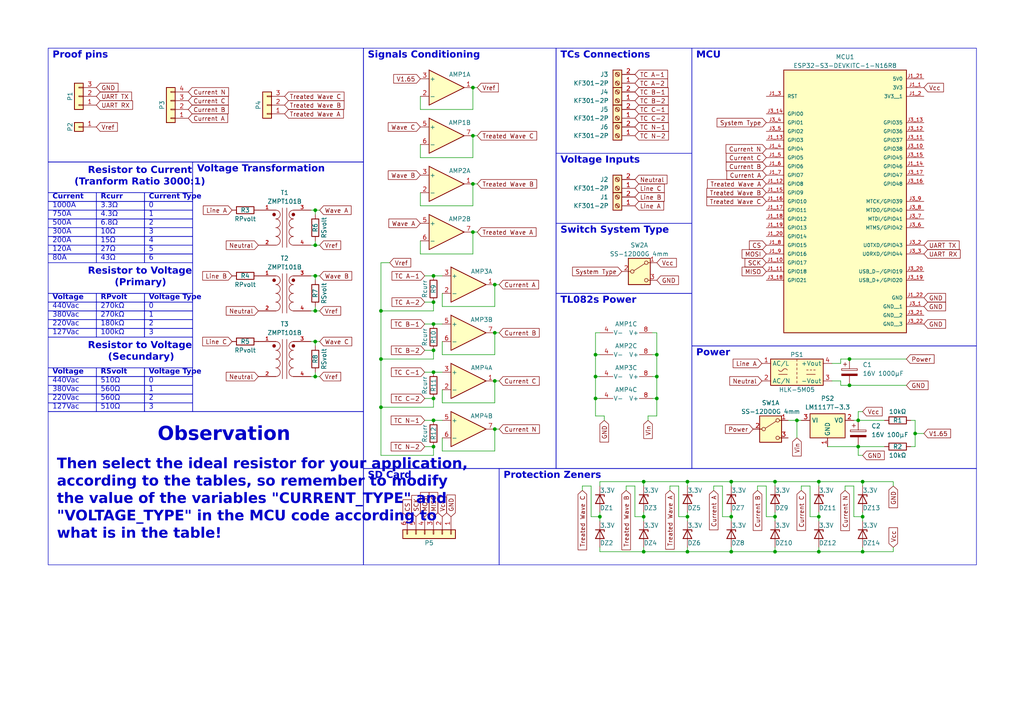
<source format=kicad_sch>
(kicad_sch (version 20230121) (generator eeschema)
  (paper "A4")
  (title_block (title "ESP32 Power Analyser V4.0 Schematics") (date "12/05/2024") (rev "1.0") (company "https://www.linkedin.com/in/lucasrguerra"))
  (junction (at 237.49 149.86))
  (junction (at 248.92 129.54))
  (junction (at 224.79 149.86))
  (junction (at 91.44 80.01))
  (junction (at 250.19 149.86))
  (junction (at 199.39 139.7))
  (junction (at 125.73 115.57))
  (junction (at 110.49 118.11))
  (junction (at 265.43 125.73))
  (junction (at 137.16 39.37))
  (junction (at 125.73 121.92))
  (junction (at 190.5 109.22))
  (junction (at 237.49 160.02))
  (junction (at 91.44 99.06))
  (junction (at 231.14 121.92))
  (junction (at 212.09 149.86))
  (junction (at 125.73 80.01))
  (junction (at 91.44 109.22))
  (junction (at 110.49 104.14))
  (junction (at 137.16 53.34))
  (junction (at 212.09 139.7))
  (junction (at 190.5 115.57))
  (junction (at 186.69 160.02))
  (junction (at 125.73 87.63))
  (junction (at 125.73 93.98))
  (junction (at 137.16 67.31))
  (junction (at 137.16 25.4))
  (junction (at 91.44 90.17))
  (junction (at 143.51 124.46))
  (junction (at 246.38 104.14))
  (junction (at 125.73 107.95))
  (junction (at 186.69 139.7))
  (junction (at 125.73 129.54))
  (junction (at 250.19 160.02))
  (junction (at 143.51 96.52))
  (junction (at 91.44 71.12))
  (junction (at 199.39 149.86))
  (junction (at 172.72 102.87))
  (junction (at 224.79 160.02))
  (junction (at 224.79 139.7))
  (junction (at 91.44 60.96))
  (junction (at 237.49 139.7))
  (junction (at 246.38 111.76))
  (junction (at 212.09 160.02))
  (junction (at 186.69 149.86))
  (junction (at 190.5 102.87))
  (junction (at 143.51 110.49))
  (junction (at 125.73 101.6))
  (junction (at 143.51 82.55))
  (junction (at 172.72 115.57))
  (junction (at 173.99 149.86))
  (junction (at 110.49 90.17))
  (junction (at 248.92 121.92))
  (junction (at 199.39 160.02))
  (junction (at 250.19 139.7))
  (junction (at 172.72 109.22))
  (wire (pts (xy 259.08 140.97) (xy 259.08 139.7)))
  (wire (pts (xy 137.16 53.34) (xy 138.43 53.34)))
  (wire (pts (xy 246.38 104.14) (xy 262.89 104.14)))
  (wire (pts (xy 186.69 139.7) (xy 186.69 140.97)))
  (wire (pts (xy 137.16 31.75) (xy 137.16 25.4)))
  (wire (pts (xy 250.19 119.38) (xy 248.92 119.38)))
  (wire (pts (xy 143.51 130.81) (xy 143.51 124.46)))
  (wire (pts (xy 121.92 27.94) (xy 121.92 31.75)))
  (wire (pts (xy 91.44 99.06) (xy 92.71 99.06)))
  (wire (pts (xy 110.49 104.14) (xy 110.49 90.17)))
  (wire (pts (xy 128.27 113.03) (xy 128.27 116.84)))
  (wire (pts (xy 173.99 160.02) (xy 186.69 160.02)))
  (wire (pts (xy 171.45 140.97) (xy 171.45 149.86)))
  (wire (pts (xy 237.49 140.97) (xy 237.49 139.7)))
  (wire (pts (xy 121.92 73.66) (xy 137.16 73.66)))
  (wire (pts (xy 123.19 87.63) (xy 125.73 87.63)))
  (wire (pts (xy 259.08 158.75) (xy 259.08 160.02)))
  (wire (pts (xy 128.27 88.9) (xy 143.51 88.9)))
  (wire (pts (xy 243.84 104.14) (xy 246.38 104.14)))
  (wire (pts (xy 224.79 139.7) (xy 237.49 139.7)))
  (wire (pts (xy 121.92 59.69) (xy 137.16 59.69)))
  (wire (pts (xy 123.19 101.6) (xy 125.73 101.6)))
  (wire (pts (xy 250.19 149.86) (xy 250.19 151.13)))
  (wire (pts (xy 137.16 45.72) (xy 137.16 39.37)))
  (wire (pts (xy 207.01 140.97) (xy 207.01 142.24)))
  (wire (pts (xy 173.99 149.86) (xy 173.99 151.13)))
  (wire (pts (xy 243.84 105.41) (xy 243.84 104.14)))
  (wire (pts (xy 173.99 148.59) (xy 173.99 149.86)))
  (wire (pts (xy 231.14 121.92) (xy 232.41 121.92)))
  (wire (pts (xy 125.73 132.08) (xy 125.73 129.54)))
  (wire (pts (xy 128.27 85.09) (xy 128.27 88.9)))
  (wire (pts (xy 237.49 160.02) (xy 250.19 160.02)))
  (wire (pts (xy 199.39 140.97) (xy 199.39 139.7)))
  (wire (pts (xy 264.16 121.92) (xy 265.43 121.92)))
  (wire (pts (xy 184.15 140.97) (xy 184.15 149.86)))
  (wire (pts (xy 248.92 119.38) (xy 248.92 121.92)))
  (wire (pts (xy 172.72 115.57) (xy 172.72 109.22)))
  (wire (pts (xy 173.99 115.57) (xy 172.72 115.57)))
  (wire (pts (xy 194.31 140.97) (xy 196.85 140.97)))
  (wire (pts (xy 224.79 148.59) (xy 224.79 149.86)))
  (wire (pts (xy 128.27 116.84) (xy 143.51 116.84)))
  (wire (pts (xy 245.11 140.97) (xy 245.11 142.24)))
  (wire (pts (xy 128.27 130.81) (xy 143.51 130.81)))
  (wire (pts (xy 181.61 140.97) (xy 181.61 142.24)))
  (wire (pts (xy 224.79 160.02) (xy 212.09 160.02)))
  (wire (pts (xy 190.5 109.22) (xy 189.23 109.22)))
  (wire (pts (xy 237.49 158.75) (xy 237.49 160.02)))
  (wire (pts (xy 231.14 121.92) (xy 231.14 127)))
  (wire (pts (xy 250.19 140.97) (xy 250.19 139.7)))
  (wire (pts (xy 250.19 139.7) (xy 259.08 139.7)))
  (wire (pts (xy 248.92 129.54) (xy 256.54 129.54)))
  (wire (pts (xy 125.73 118.11) (xy 125.73 115.57)))
  (wire (pts (xy 199.39 148.59) (xy 199.39 149.86)))
  (wire (pts (xy 175.26 120.65) (xy 172.72 120.65)))
  (wire (pts (xy 173.99 96.52) (xy 172.72 96.52)))
  (wire (pts (xy 110.49 118.11) (xy 125.73 118.11)))
  (wire (pts (xy 189.23 96.52) (xy 190.5 96.52)))
  (wire (pts (xy 219.71 140.97) (xy 219.71 142.24)))
  (wire (pts (xy 186.69 160.02) (xy 186.69 158.75)))
  (wire (pts (xy 247.65 140.97) (xy 247.65 149.86)))
  (wire (pts (xy 265.43 125.73) (xy 267.97 125.73)))
  (wire (pts (xy 91.44 60.96) (xy 92.71 60.96)))
  (wire (pts (xy 196.85 140.97) (xy 196.85 149.86)))
  (wire (pts (xy 137.16 25.4) (xy 138.43 25.4)))
  (wire (pts (xy 110.49 104.14) (xy 110.49 118.11)))
  (wire (pts (xy 125.73 93.98) (xy 128.27 93.98)))
  (wire (pts (xy 91.44 109.22) (xy 92.71 109.22)))
  (wire (pts (xy 181.61 140.97) (xy 184.15 140.97)))
  (wire (pts (xy 172.72 102.87) (xy 172.72 96.52)))
  (wire (pts (xy 91.44 88.9) (xy 91.44 90.17)))
  (wire (pts (xy 143.51 82.55) (xy 144.78 82.55)))
  (wire (pts (xy 143.51 124.46) (xy 144.78 124.46)))
  (wire (pts (xy 212.09 160.02) (xy 199.39 160.02)))
  (wire (pts (xy 234.95 149.86) (xy 237.49 149.86)))
  (wire (pts (xy 172.72 102.87) (xy 172.72 109.22)))
  (wire (pts (xy 224.79 158.75) (xy 224.79 160.02)))
  (wire (pts (xy 90.17 109.22) (xy 91.44 109.22)))
  (wire (pts (xy 121.92 31.75) (xy 137.16 31.75)))
  (wire (pts (xy 91.44 90.17) (xy 92.71 90.17)))
  (wire (pts (xy 90.17 60.96) (xy 91.44 60.96)))
  (wire (pts (xy 199.39 149.86) (xy 199.39 151.13)))
  (wire (pts (xy 173.99 158.75) (xy 173.99 160.02)))
  (wire (pts (xy 241.3 105.41) (xy 243.84 105.41)))
  (wire (pts (xy 137.16 67.31) (xy 138.43 67.31)))
  (wire (pts (xy 90.17 99.06) (xy 91.44 99.06)))
  (wire (pts (xy 110.49 90.17) (xy 125.73 90.17)))
  (wire (pts (xy 222.25 149.86) (xy 224.79 149.86)))
  (wire (pts (xy 137.16 67.31) (xy 137.16 73.66)))
  (wire (pts (xy 250.19 132.08) (xy 248.92 132.08)))
  (wire (pts (xy 207.01 140.97) (xy 209.55 140.97)))
  (wire (pts (xy 91.44 80.01) (xy 92.71 80.01)))
  (wire (pts (xy 143.51 96.52) (xy 144.78 96.52)))
  (wire (pts (xy 91.44 99.06) (xy 91.44 100.33)))
  (wire (pts (xy 246.38 111.76) (xy 262.89 111.76)))
  (wire (pts (xy 265.43 125.73) (xy 265.43 129.54)))
  (wire (pts (xy 237.49 148.59) (xy 237.49 149.86)))
  (wire (pts (xy 168.91 140.97) (xy 171.45 140.97)))
  (wire (pts (xy 190.5 102.87) (xy 190.5 109.22)))
  (wire (pts (xy 91.44 80.01) (xy 91.44 81.28)))
  (wire (pts (xy 123.19 115.57) (xy 125.73 115.57)))
  (wire (pts (xy 265.43 121.92) (xy 265.43 125.73)))
  (wire (pts (xy 143.51 102.87) (xy 143.51 96.52)))
  (wire (pts (xy 250.19 148.59) (xy 250.19 149.86)))
  (wire (pts (xy 143.51 116.84) (xy 143.51 110.49)))
  (wire (pts (xy 121.92 55.88) (xy 121.92 59.69)))
  (wire (pts (xy 190.5 96.52) (xy 190.5 102.87)))
  (wire (pts (xy 247.65 149.86) (xy 250.19 149.86)))
  (wire (pts (xy 190.5 109.22) (xy 190.5 115.57)))
  (wire (pts (xy 264.16 129.54) (xy 265.43 129.54)))
  (wire (pts (xy 199.39 158.75) (xy 199.39 160.02)))
  (wire (pts (xy 123.19 80.01) (xy 125.73 80.01)))
  (wire (pts (xy 240.03 129.54) (xy 248.92 129.54)))
  (wire (pts (xy 125.73 104.14) (xy 125.73 101.6)))
  (wire (pts (xy 173.99 139.7) (xy 186.69 139.7)))
  (wire (pts (xy 90.17 80.01) (xy 91.44 80.01)))
  (wire (pts (xy 91.44 60.96) (xy 91.44 62.23)))
  (wire (pts (xy 190.5 115.57) (xy 190.5 120.65)))
  (wire (pts (xy 199.39 160.02) (xy 186.69 160.02)))
  (wire (pts (xy 168.91 140.97) (xy 168.91 142.24)))
  (wire (pts (xy 91.44 107.95) (xy 91.44 109.22)))
  (wire (pts (xy 237.49 149.86) (xy 237.49 151.13)))
  (wire (pts (xy 232.41 140.97) (xy 234.95 140.97)))
  (wire (pts (xy 125.73 107.95) (xy 128.27 107.95)))
  (wire (pts (xy 212.09 158.75) (xy 212.09 160.02)))
  (wire (pts (xy 137.16 59.69) (xy 137.16 53.34)))
  (wire (pts (xy 243.84 110.49) (xy 243.84 111.76)))
  (wire (pts (xy 123.19 129.54) (xy 125.73 129.54)))
  (wire (pts (xy 186.69 139.7) (xy 199.39 139.7)))
  (wire (pts (xy 224.79 140.97) (xy 224.79 139.7)))
  (wire (pts (xy 128.27 99.06) (xy 128.27 102.87)))
  (wire (pts (xy 91.44 69.85) (xy 91.44 71.12)))
  (wire (pts (xy 128.27 102.87) (xy 143.51 102.87)))
  (wire (pts (xy 143.51 88.9) (xy 143.51 82.55)))
  (wire (pts (xy 250.19 160.02) (xy 259.08 160.02)))
  (wire (pts (xy 172.72 115.57) (xy 172.72 120.65)))
  (wire (pts (xy 224.79 149.86) (xy 224.79 151.13)))
  (wire (pts (xy 110.49 76.2) (xy 110.49 90.17)))
  (wire (pts (xy 209.55 140.97) (xy 209.55 149.86)))
  (wire (pts (xy 194.31 140.97) (xy 194.31 142.24)))
  (wire (pts (xy 110.49 118.11) (xy 110.49 132.08)))
  (wire (pts (xy 143.51 110.49) (xy 144.78 110.49)))
  (wire (pts (xy 110.49 132.08) (xy 125.73 132.08)))
  (wire (pts (xy 237.49 139.7) (xy 250.19 139.7)))
  (wire (pts (xy 232.41 140.97) (xy 232.41 142.24)))
  (wire (pts (xy 173.99 140.97) (xy 173.99 139.7)))
  (wire (pts (xy 121.92 41.91) (xy 121.92 45.72)))
  (wire (pts (xy 171.45 149.86) (xy 173.99 149.86)))
  (wire (pts (xy 190.5 115.57) (xy 189.23 115.57)))
  (wire (pts (xy 196.85 149.86) (xy 199.39 149.86)))
  (wire (pts (xy 234.95 140.97) (xy 234.95 149.86)))
  (wire (pts (xy 121.92 69.85) (xy 121.92 73.66)))
  (wire (pts (xy 237.49 160.02) (xy 224.79 160.02)))
  (wire (pts (xy 175.26 121.92) (xy 175.26 120.65)))
  (wire (pts (xy 243.84 111.76) (xy 246.38 111.76)))
  (wire (pts (xy 123.19 93.98) (xy 125.73 93.98)))
  (wire (pts (xy 184.15 149.86) (xy 186.69 149.86)))
  (wire (pts (xy 212.09 149.86) (xy 212.09 151.13)))
  (wire (pts (xy 137.16 39.37) (xy 138.43 39.37)))
  (wire (pts (xy 91.44 71.12) (xy 90.17 71.12)))
  (wire (pts (xy 212.09 148.59) (xy 212.09 149.86)))
  (wire (pts (xy 128.27 127) (xy 128.27 130.81)))
  (wire (pts (xy 125.73 90.17) (xy 125.73 87.63)))
  (wire (pts (xy 186.69 149.86) (xy 186.69 151.13)))
  (wire (pts (xy 190.5 102.87) (xy 189.23 102.87)))
  (wire (pts (xy 186.69 148.59) (xy 186.69 149.86)))
  (wire (pts (xy 110.49 76.2) (xy 113.03 76.2)))
  (wire (pts (xy 173.99 102.87) (xy 172.72 102.87)))
  (wire (pts (xy 209.55 149.86) (xy 212.09 149.86)))
  (wire (pts (xy 123.19 121.92) (xy 125.73 121.92)))
  (wire (pts (xy 212.09 139.7) (xy 224.79 139.7)))
  (wire (pts (xy 248.92 121.92) (xy 256.54 121.92)))
  (wire (pts (xy 125.73 80.01) (xy 128.27 80.01)))
  (wire (pts (xy 241.3 110.49) (xy 243.84 110.49)))
  (wire (pts (xy 91.44 71.12) (xy 92.71 71.12)))
  (wire (pts (xy 219.71 140.97) (xy 222.25 140.97)))
  (wire (pts (xy 222.25 140.97) (xy 222.25 149.86)))
  (wire (pts (xy 199.39 139.7) (xy 212.09 139.7)))
  (wire (pts (xy 187.96 120.65) (xy 190.5 120.65)))
  (wire (pts (xy 228.6 121.92) (xy 231.14 121.92)))
  (wire (pts (xy 110.49 104.14) (xy 125.73 104.14)))
  (wire (pts (xy 90.17 90.17) (xy 91.44 90.17)))
  (wire (pts (xy 125.73 121.92) (xy 128.27 121.92)))
  (wire (pts (xy 212.09 140.97) (xy 212.09 139.7)))
  (wire (pts (xy 173.99 109.22) (xy 172.72 109.22)))
  (wire (pts (xy 121.92 45.72) (xy 137.16 45.72)))
  (wire (pts (xy 245.11 140.97) (xy 247.65 140.97)))
  (wire (pts (xy 248.92 132.08) (xy 248.92 129.54)))
  (wire (pts (xy 247.65 121.92) (xy 248.92 121.92)))
  (wire (pts (xy 123.19 107.95) (xy 125.73 107.95)))
  (wire (pts (xy 187.96 121.92) (xy 187.96 120.65)))
  (wire (pts (xy 250.19 158.75) (xy 250.19 160.02)))
  (rectangle (start 27.94 71.12) (end 41.91 73.66))
  (rectangle (start 41.91 73.66) (end 55.88 76.2))
  (rectangle (start 27.94 55.88) (end 41.91 58.42))
  (rectangle (start 27.94 111.76) (end 41.91 114.3))
  (rectangle (start 27.94 106.68) (end 41.91 109.22))
  (rectangle (start 41.91 85.09) (end 55.88 87.63))
  (rectangle (start 27.94 95.25) (end 41.91 97.79))
  (rectangle (start 13.97 97.79) (end 55.88 106.68))
  (rectangle (start 41.91 116.84) (end 55.88 119.38))
  (rectangle (start 27.94 63.5) (end 41.91 66.04))
  (rectangle (start 13.97 90.17) (end 27.94 92.71))
  (rectangle (start 55.88 46.99) (end 105.41 119.38))
  (rectangle (start 27.94 114.3) (end 41.91 116.84))
  (rectangle (start 200.66 13.97) (end 283.21 100.33))
  (rectangle (start 13.97 71.12) (end 27.94 73.66))
  (rectangle (start 13.97 55.88) (end 27.94 58.42))
  (rectangle (start 41.91 111.76) (end 55.88 114.3))
  (rectangle (start 161.29 13.97) (end 200.66 44.45))
  (rectangle (start 105.41 13.97) (end 161.29 135.89))
  (rectangle (start 200.66 100.33) (end 283.21 135.89))
  (rectangle (start 13.97 68.58) (end 27.94 71.12))
  (rectangle (start 13.97 13.97) (end 105.41 46.99))
  (rectangle (start 41.91 60.96) (end 55.88 63.5))
  (rectangle (start 105.41 135.89) (end 144.78 163.83))
  (rectangle (start 41.91 71.12) (end 55.88 73.66))
  (rectangle (start 13.97 109.22) (end 27.94 111.76))
  (rectangle (start 41.91 106.68) (end 55.88 109.22))
  (rectangle (start 13.97 63.5) (end 27.94 66.04))
  (rectangle (start 41.91 55.88) (end 55.88 58.42))
  (rectangle (start 41.91 92.71) (end 55.88 95.25))
  (rectangle (start 13.97 46.99) (end 55.88 55.88))
  (rectangle (start 27.94 85.09) (end 41.91 87.63))
  (rectangle (start 27.94 68.58) (end 41.91 71.12))
  (rectangle (start 13.97 87.63) (end 27.94 90.17))
  (rectangle (start 27.94 90.17) (end 41.91 92.71))
  (rectangle (start 13.97 119.38) (end 105.41 163.83))
  (rectangle (start 161.29 44.45) (end 200.66 64.77))
  (rectangle (start 27.94 92.71) (end 41.91 95.25))
  (rectangle (start 27.94 87.63) (end 41.91 90.17))
  (rectangle (start 41.91 58.42) (end 55.88 60.96))
  (rectangle (start 13.97 95.25) (end 27.94 97.79))
  (rectangle (start 144.78 135.89) (end 283.21 163.83))
  (rectangle (start 41.91 63.5) (end 55.88 66.04))
  (rectangle (start 27.94 60.96) (end 41.91 63.5))
  (rectangle (start 13.97 111.76) (end 27.94 114.3))
  (rectangle (start 27.94 66.04) (end 41.91 68.58))
  (rectangle (start 41.91 90.17) (end 55.88 92.71))
  (rectangle (start 13.97 66.04) (end 27.94 68.58))
  (rectangle (start 27.94 109.22) (end 41.91 111.76))
  (rectangle (start 41.91 66.04) (end 55.88 68.58))
  (rectangle (start 27.94 58.42) (end 41.91 60.96))
  (rectangle (start 13.97 60.96) (end 27.94 63.5))
  (rectangle (start 161.29 64.77) (end 200.66 85.09))
  (rectangle (start 13.97 106.68) (end 27.94 109.22))
  (rectangle (start 13.97 92.71) (end 27.94 95.25))
  (rectangle (start 13.97 116.84) (end 27.94 119.38))
  (rectangle (start 161.29 85.09) (end 200.66 135.89))
  (rectangle (start 13.97 76.2) (end 55.88 85.09))
  (rectangle (start 27.94 116.84) (end 41.91 119.38))
  (rectangle (start 41.91 109.22) (end 55.88 111.76))
  (rectangle (start 41.91 114.3) (end 55.88 116.84))
  (rectangle (start 41.91 87.63) (end 55.88 90.17))
  (rectangle (start 13.97 58.42) (end 27.94 60.96))
  (rectangle (start 13.97 85.09) (end 27.94 87.63))
  (rectangle (start 13.97 114.3) (end 27.94 116.84))
  (rectangle (start 13.97 73.66) (end 27.94 76.2))
  (rectangle (start 41.91 68.58) (end 55.88 71.12))
  (rectangle (start 27.94 73.66) (end 41.91 76.2))
  (rectangle (start 41.91 95.25) (end 55.88 97.79))
  (text "5" (at 43.18 73.66 0) (effects (font (size 1.5 1.5)) (justify left bottom)))
  (text "43Ω" (at 29.21 76.2 0) (effects (font (size 1.5 1.5)) (justify left bottom)))
  (text "    Resistor to Voltage\n          (Secundary)" (at 21.59 105.41 0) (effects (font (size 2 2) (thickness 0.254) bold) (justify left bottom)))
  (text "15Ω" (at 29.21 71.12 0) (effects (font (size 1.5 1.5)) (justify left bottom)))
  (text "220Vac" (at 15.24 95.25 0) (effects (font (size 1.5 1.5)) (justify left bottom)))
  (text "0" (at 43.18 60.96 0) (effects (font (size 1.5 1.5)) (justify left bottom)))
  (text "380Vac" (at 15.24 92.71 0) (effects (font (size 1.5 1.5)) (justify left bottom)))
  (text "380Vac" (at 15.24 114.3 0) (effects (font (size 1.5 1.5)) (justify left bottom)))
  (text "220Vac" (at 15.24 116.84 0) (effects (font (size 1.5 1.5)) (justify left bottom)))
  (text "560Ω" (at 29.21 114.3 0) (effects (font (size 1.5 1.5)) (justify left bottom)))
  (text "RSvolt" (at 29.21 109.22 0) (effects (font (size 1.5 1.5) (thickness 0.3) bold) (justify left bottom)))
  (text "500A" (at 15.24 66.04 0) (effects (font (size 1.5 1.5)) (justify left bottom)))
  (text "1" (at 43.18 92.71 0) (effects (font (size 1.5 1.5)) (justify left bottom)))
  (text "2" (at 43.18 116.84 0) (effects (font (size 1.5 1.5)) (justify left bottom)))
  (text "6" (at 43.18 76.2 0) (effects (font (size 1.5 1.5)) (justify left bottom)))
  (text "Voltage Type" (at 43.18 87.63 0) (effects (font (size 1.5 1.5) (thickness 0.3) bold) (justify left bottom)))
  (text "2" (at 43.18 66.04 0) (effects (font (size 1.5 1.5)) (justify left bottom)))
  (text "Current" (at 15.24 58.42 0) (effects (font (size 1.5 1.5) (thickness 0.3) bold) (justify left bottom)))
  (text "300A" (at 15.24 68.58 0) (effects (font (size 1.5 1.5)) (justify left bottom)))
  (text "MCU" (at 201.93 17.78 0) (effects (font (size 2 2) (thickness 0.254) bold) (justify left bottom)))
  (text "4.3Ω" (at 29.21 63.5 0) (effects (font (size 1.5 1.5)) (justify left bottom)))
  (text "750A" (at 15.24 63.5 0) (effects (font (size 1.5 1.5)) (justify left bottom)))
  (text "440Vac" (at 15.24 111.76 0) (effects (font (size 1.5 1.5)) (justify left bottom)))
  (text "6.8Ω" (at 29.21 66.04 0) (effects (font (size 1.5 1.5)) (justify left bottom)))
  (text "RPvolt" (at 29.21 87.63 0) (effects (font (size 1.5 1.5) (thickness 0.3) bold) (justify left bottom)))
  (text "2" (at 43.18 95.25 0) (effects (font (size 1.5 1.5)) (justify left bottom)))
  (text "Power" (at 201.93 104.14 0) (effects (font (size 2 2) (thickness 0.254) bold) (justify left bottom)))
  (text "270kΩ" (at 29.21 90.17 0) (effects (font (size 1.5 1.5)) (justify left bottom)))
  (text "270kΩ" (at 29.21 92.71 0) (effects (font (size 1.5 1.5)) (justify left bottom)))
  (text "100kΩ" (at 29.21 97.79 0) (effects (font (size 1.5 1.5)) (justify left bottom)))
  (text "Voltage" (at 15.24 109.22 0) (effects (font (size 1.5 1.5) (thickness 0.3) bold) (justify left bottom)))
  (text "Voltage Inputs" (at 162.56 48.26 0) (effects (font (size 2 2) (thickness 0.254) bold) (justify left bottom)))
  (text "3" (at 43.18 119.38 0) (effects (font (size 1.5 1.5)) (justify left bottom)))
  (text "27Ω" (at 29.21 73.66 0) (effects (font (size 1.5 1.5)) (justify left bottom)))
  (text "10Ω" (at 29.21 68.58 0) (effects (font (size 1.5 1.5)) (justify left bottom)))
  (text "560Ω" (at 29.21 116.84 0) (effects (font (size 1.5 1.5)) (justify left bottom)))
  (text "Voltage Type" (at 43.18 109.22 0) (effects (font (size 1.5 1.5) (thickness 0.3) bold) (justify left bottom)))
  (text "    Resistor to Voltage\n            (Primary)" (at 21.59 83.82 0) (effects (font (size 2 2) (thickness 0.254) bold) (justify left bottom)))
  (text "Then select the ideal resistor for your application,\naccording to the tables, so remember to modify\nthe value of the variables \"CURRENT_TYPE\" and\n\"VOLTAGE_TYPE\" in the MCU code according to\nwhat is in the table!" (at 16.51 157.48 0) (effects (font (size 3 3) (thickness 0.6) bold) (justify left bottom)))
  (text "120A" (at 15.24 73.66 0) (effects (font (size 1.5 1.5)) (justify left bottom)))
  (text "Protection Zeners" (at 146.05 139.7 0) (effects (font (size 2 2) (thickness 0.254) bold) (justify left bottom)))
  (text "127Vac" (at 15.24 97.79 0) (effects (font (size 1.5 1.5)) (justify left bottom)))
  (text "TL082s Power\n" (at 162.56 88.9 0) (effects (font (size 2 2) (thickness 0.254) bold) (justify left bottom)))
  (text "1" (at 43.18 114.3 0) (effects (font (size 1.5 1.5)) (justify left bottom)))
  (text "180kΩ" (at 29.21 95.25 0) (effects (font (size 1.5 1.5)) (justify left bottom)))
  (text "Signals Conditioning" (at 106.68 17.78 0) (effects (font (size 2 2) (thickness 0.254) bold) (justify left bottom)))
  (text "0" (at 43.18 90.17 0) (effects (font (size 1.5 1.5)) (justify left bottom)))
  (text "1000A" (at 15.24 60.96 0) (effects (font (size 1.5 1.5)) (justify left bottom)))
  (text "Current Type" (at 43.18 58.42 0) (effects (font (size 1.5 1.5) (thickness 0.3) bold) (justify left bottom)))
  (text "Voltage Transformation\n" (at 57.15 50.8 0) (effects (font (size 2 2) (thickness 0.254) bold) (justify left bottom)))
  (text "127Vac" (at 15.24 119.38 0) (effects (font (size 1.5 1.5)) (justify left bottom)))
  (text "200A" (at 15.24 71.12 0) (effects (font (size 1.5 1.5)) (justify left bottom)))
  (text "Switch System Type" (at 162.56 68.58 0) (effects (font (size 2 2) (thickness 0.254) bold) (justify left bottom)))
  (text "1" (at 43.18 63.5 0) (effects (font (size 1.5 1.5)) (justify left bottom)))
  (text "510Ω" (at 29.21 119.38 0) (effects (font (size 1.5 1.5)) (justify left bottom)))
  (text "80A" (at 15.24 76.2 0) (effects (font (size 1.5 1.5)) (justify left bottom)))
  (text "3" (at 43.18 97.79 0) (effects (font (size 1.5 1.5)) (justify left bottom)))
  (text "SD Card" (at 106.68 139.7 0) (effects (font (size 2 2) (thickness 0.254) bold) (justify left bottom)))
  (text "Rcurr" (at 29.21 58.42 0) (effects (font (size 1.5 1.5) (thickness 0.3) bold) (justify left bottom)))
  (text "3.3Ω" (at 29.21 60.96 0) (effects (font (size 1.5 1.5)) (justify left bottom)))
  (text "    Resistor to Current\n(Tranform Ratio 3000:1)" (at 21.59 54.61 0) (effects (font (size 2 2) (thickness 0.254) bold) (justify left bottom)))
  (text "4" (at 43.18 71.12 0) (effects (font (size 1.5 1.5)) (justify left bottom)))
  (text "510Ω" (at 29.21 111.76 0) (effects (font (size 1.5 1.5)) (justify left bottom)))
  (text "3" (at 43.18 68.58 0) (effects (font (size 1.5 1.5)) (justify left bottom)))
  (text "Voltage" (at 15.24 87.63 0) (effects (font (size 1.5 1.5) (thickness 0.3) bold) (justify left bottom)))
  (text "TCs Connections" (at 162.56 17.78 0) (effects (font (size 2 2) (thickness 0.254) bold) (justify left bottom)))
  (text "440Vac" (at 15.24 90.17 0) (effects (font (size 1.5 1.5)) (justify left bottom)))
  (text "Proof pins" (at 15.24 17.78 0) (effects (font (size 2 2) (thickness 0.254) bold) (justify left bottom)))
  (text "0" (at 43.18 111.76 0) (effects (font (size 1.5 1.5)) (justify left bottom)))
  (text "Observation" (at 45.72 129.54 0) (effects (font (size 4 4) (thickness 0.254) bold) (justify left bottom)))
  (global_label "Current C" (shape input) (at 144.78 110.49 0) (property "Intersheetrefs" "${INTERSHEET_REFS}" (effects hide)))
  (global_label "Power" (shape input) (at 218.44 124.46 180) (property "Intersheetrefs" "${INTERSHEET_REFS}" (effects hide)))
  (global_label "Current N" (shape input) (at 222.25 43.18 180) (property "Intersheetrefs" "${INTERSHEET_REFS}" (effects hide)))
  (global_label "GND" (shape input) (at 27.94 25.4 0) (property "Intersheetrefs" "${INTERSHEET_REFS}" (effects hide)))
  (global_label "Vcc" (shape input) (at 190.5 76.2 0) (property "Intersheetrefs" "${INTERSHEET_REFS}" (effects hide)))
  (global_label "Neutral" (shape input) (at 184.15 52.07 0) (property "Intersheetrefs" "${INTERSHEET_REFS}" (effects hide)))
  (global_label "V1.65" (shape input) (at 121.92 22.86 180) (property "Intersheetrefs" "${INTERSHEET_REFS}" (effects hide)))
  (global_label "GND" (shape input) (at 267.97 86.36 0) (property "Intersheetrefs" "${INTERSHEET_REFS}" (effects hide)))
  (global_label "Vref" (shape input) (at 138.43 25.4 0) (property "Intersheetrefs" "${INTERSHEET_REFS}" (effects hide)))
  (global_label "CS" (shape input) (at 118.11 149.86 90) (property "Intersheetrefs" "${INTERSHEET_REFS}" (effects hide)))
  (global_label "Treated Wave A" (shape input) (at 222.25 53.34 180) (property "Intersheetrefs" "${INTERSHEET_REFS}" (effects hide)))
  (global_label "Current N" (shape input) (at 54.61 26.67 0) (property "Intersheetrefs" "${INTERSHEET_REFS}" (effects hide)))
  (global_label "TC C-2" (shape input) (at 123.19 115.57 180) (property "Intersheetrefs" "${INTERSHEET_REFS}" (effects hide)))
  (global_label "Wave A" (shape input) (at 121.92 64.77 180) (property "Intersheetrefs" "${INTERSHEET_REFS}" (effects hide)))
  (global_label "GND" (shape input) (at 267.97 88.9 0) (property "Intersheetrefs" "${INTERSHEET_REFS}" (effects hide)))
  (global_label "Line C" (shape input) (at 184.15 54.61 0) (property "Intersheetrefs" "${INTERSHEET_REFS}" (effects hide)))
  (global_label "Vcc" (shape input) (at 250.19 119.38 0) (property "Intersheetrefs" "${INTERSHEET_REFS}" (effects hide)))
  (global_label "Wave C" (shape input) (at 121.92 36.83 180) (property "Intersheetrefs" "${INTERSHEET_REFS}" (effects hide)))
  (global_label "SCK" (shape input) (at 120.65 149.86 90) (property "Intersheetrefs" "${INTERSHEET_REFS}" (effects hide)))
  (global_label "Treated Wave B" (shape input) (at 138.43 53.34 0) (property "Intersheetrefs" "${INTERSHEET_REFS}" (effects hide)))
  (global_label "Current A" (shape input) (at 144.78 82.55 0) (property "Intersheetrefs" "${INTERSHEET_REFS}" (effects hide)))
  (global_label "Treated Wave C" (shape input) (at 138.43 39.37 0) (property "Intersheetrefs" "${INTERSHEET_REFS}" (effects hide)))
  (global_label "Vcc" (shape input) (at 128.27 149.86 90) (property "Intersheetrefs" "${INTERSHEET_REFS}" (effects hide)))
  (global_label "Vref" (shape input) (at 92.71 71.12 0) (property "Intersheetrefs" "${INTERSHEET_REFS}" (effects hide)))
  (global_label "TC C-1" (shape input) (at 184.15 31.75 0) (property "Intersheetrefs" "${INTERSHEET_REFS}" (effects hide)))
  (global_label "Wave C" (shape input) (at 92.71 99.06 0) (property "Intersheetrefs" "${INTERSHEET_REFS}" (effects hide)))
  (global_label "TC N-2" (shape input) (at 184.15 39.37 0) (property "Intersheetrefs" "${INTERSHEET_REFS}" (effects hide)))
  (global_label "MOSI" (shape input) (at 222.25 73.66 180) (property "Intersheetrefs" "${INTERSHEET_REFS}" (effects hide)))
  (global_label "Treated Wave C" (shape input) (at 222.25 58.42 180) (property "Intersheetrefs" "${INTERSHEET_REFS}" (effects hide)))
  (global_label "Vref" (shape input) (at 113.03 76.2 0) (property "Intersheetrefs" "${INTERSHEET_REFS}" (effects hide)))
  (global_label "TC A-2" (shape input) (at 123.19 87.63 180) (property "Intersheetrefs" "${INTERSHEET_REFS}" (effects hide)))
  (global_label "Line C" (shape input) (at 67.31 99.06 180) (property "Intersheetrefs" "${INTERSHEET_REFS}" (effects hide)))
  (global_label "CS" (shape input) (at 222.25 71.12 180) (property "Intersheetrefs" "${INTERSHEET_REFS}" (effects hide)))
  (global_label "Vin" (shape input) (at 187.96 121.92 270) (property "Intersheetrefs" "${INTERSHEET_REFS}" (effects hide)))
  (global_label "Treated Wave B" (shape input) (at 181.61 142.24 270) (property "Intersheetrefs" "${INTERSHEET_REFS}" (effects hide)))
  (global_label "UART RX" (shape input) (at 27.94 30.48 0) (property "Intersheetrefs" "${INTERSHEET_REFS}" (effects hide)))
  (global_label "TC B-1" (shape input) (at 123.19 93.98 180) (property "Intersheetrefs" "${INTERSHEET_REFS}" (effects hide)))
  (global_label "Vref" (shape input) (at 27.94 36.83 0) (property "Intersheetrefs" "${INTERSHEET_REFS}" (effects hide)))
  (global_label "GND" (shape input) (at 175.26 121.92 270) (property "Intersheetrefs" "${INTERSHEET_REFS}" (effects hide)))
  (global_label "GND" (shape input) (at 267.97 93.98 0) (property "Intersheetrefs" "${INTERSHEET_REFS}" (effects hide)))
  (global_label "Current N" (shape input) (at 245.11 142.24 270) (property "Intersheetrefs" "${INTERSHEET_REFS}" (effects hide)))
  (global_label "GND" (shape input) (at 262.89 111.76 0) (property "Intersheetrefs" "${INTERSHEET_REFS}" (effects hide)))
  (global_label "MISO" (shape input) (at 125.73 149.86 90) (property "Intersheetrefs" "${INTERSHEET_REFS}" (effects hide)))
  (global_label "Current A" (shape input) (at 54.61 34.29 0) (property "Intersheetrefs" "${INTERSHEET_REFS}" (effects hide)))
  (global_label "Treated Wave C" (shape input) (at 82.55 27.94 0) (property "Intersheetrefs" "${INTERSHEET_REFS}" (effects hide)))
  (global_label "GND" (shape input) (at 259.08 140.97 270) (property "Intersheetrefs" "${INTERSHEET_REFS}" (effects hide)))
  (global_label "Wave A" (shape input) (at 92.71 60.96 0) (property "Intersheetrefs" "${INTERSHEET_REFS}" (effects hide)))
  (global_label "UART TX" (shape input) (at 267.97 71.12 0) (property "Intersheetrefs" "${INTERSHEET_REFS}" (effects hide)))
  (global_label "Vin" (shape input) (at 231.14 127 270) (property "Intersheetrefs" "${INTERSHEET_REFS}" (effects hide)))
  (global_label "Treated Wave A" (shape input) (at 138.43 67.31 0) (property "Intersheetrefs" "${INTERSHEET_REFS}" (effects hide)))
  (global_label "Current B" (shape input) (at 222.25 48.26 180) (property "Intersheetrefs" "${INTERSHEET_REFS}" (effects hide)))
  (global_label "V1.65" (shape input) (at 267.97 125.73 0) (property "Intersheetrefs" "${INTERSHEET_REFS}" (effects hide)))
  (global_label "Current A" (shape input) (at 222.25 50.8 180) (property "Intersheetrefs" "${INTERSHEET_REFS}" (effects hide)))
  (global_label "TC N-2" (shape input) (at 123.19 129.54 180) (property "Intersheetrefs" "${INTERSHEET_REFS}" (effects hide)))
  (global_label "Current C" (shape input) (at 54.61 29.21 0) (property "Intersheetrefs" "${INTERSHEET_REFS}" (effects hide)))
  (global_label "Neutral" (shape input) (at 74.93 90.17 180) (property "Intersheetrefs" "${INTERSHEET_REFS}" (effects hide)))
  (global_label "Treated Wave B" (shape input) (at 222.25 55.88 180) (property "Intersheetrefs" "${INTERSHEET_REFS}" (effects hide)))
  (global_label "Neutral" (shape input) (at 74.93 71.12 180) (property "Intersheetrefs" "${INTERSHEET_REFS}" (effects hide)))
  (global_label "Line B" (shape input) (at 67.31 80.01 180) (property "Intersheetrefs" "${INTERSHEET_REFS}" (effects hide)))
  (global_label "Current C" (shape input) (at 222.25 45.72 180) (property "Intersheetrefs" "${INTERSHEET_REFS}" (effects hide)))
  (global_label "TC A-2" (shape input) (at 184.15 24.13 0) (property "Intersheetrefs" "${INTERSHEET_REFS}" (effects hide)))
  (global_label "TC A-1" (shape input) (at 123.19 80.01 180) (property "Intersheetrefs" "${INTERSHEET_REFS}" (effects hide)))
  (global_label "Treated Wave B" (shape input) (at 82.55 30.48 0) (property "Intersheetrefs" "${INTERSHEET_REFS}" (effects hide)))
  (global_label "System Type" (shape input) (at 180.34 78.74 180) (property "Intersheetrefs" "${INTERSHEET_REFS}" (effects hide)))
  (global_label "Vcc" (shape input) (at 267.97 25.4 0) (property "Intersheetrefs" "${INTERSHEET_REFS}" (effects hide)))
  (global_label "Wave B" (shape input) (at 92.71 80.01 0) (property "Intersheetrefs" "${INTERSHEET_REFS}" (effects hide)))
  (global_label "TC C-2" (shape input) (at 184.15 34.29 0) (property "Intersheetrefs" "${INTERSHEET_REFS}" (effects hide)))
  (global_label "Current A" (shape input) (at 207.01 142.24 270) (property "Intersheetrefs" "${INTERSHEET_REFS}" (effects hide)))
  (global_label "Line B" (shape input) (at 184.15 57.15 0) (property "Intersheetrefs" "${INTERSHEET_REFS}" (effects hide)))
  (global_label "MISO" (shape input) (at 222.25 78.74 180) (property "Intersheetrefs" "${INTERSHEET_REFS}" (effects hide)))
  (global_label "Treated Wave A" (shape input) (at 194.31 142.24 270) (property "Intersheetrefs" "${INTERSHEET_REFS}" (effects hide)))
  (global_label "Vcc" (shape input) (at 259.08 158.75 90) (property "Intersheetrefs" "${INTERSHEET_REFS}" (effects hide)))
  (global_label "Neutral" (shape input) (at 220.98 110.49 180) (property "Intersheetrefs" "${INTERSHEET_REFS}" (effects hide)))
  (global_label "SCK" (shape input) (at 222.25 76.2 180) (property "Intersheetrefs" "${INTERSHEET_REFS}" (effects hide)))
  (global_label "Treated Wave C" (shape input) (at 168.91 142.24 270) (property "Intersheetrefs" "${INTERSHEET_REFS}" (effects hide)))
  (global_label "Line A" (shape input) (at 67.31 60.96 180) (property "Intersheetrefs" "${INTERSHEET_REFS}" (effects hide)))
  (global_label "GND" (shape input) (at 190.5 81.28 0) (property "Intersheetrefs" "${INTERSHEET_REFS}" (effects hide)))
  (global_label "TC B-2" (shape input) (at 123.19 101.6 180) (property "Intersheetrefs" "${INTERSHEET_REFS}" (effects hide)))
  (global_label "Vref" (shape input) (at 92.71 109.22 0) (property "Intersheetrefs" "${INTERSHEET_REFS}" (effects hide)))
  (global_label "TC B-2" (shape input) (at 184.15 29.21 0) (property "Intersheetrefs" "${INTERSHEET_REFS}" (effects hide)))
  (global_label "TC C-1" (shape input) (at 123.19 107.95 180) (property "Intersheetrefs" "${INTERSHEET_REFS}" (effects hide)))
  (global_label "GND" (shape input) (at 130.81 149.86 90) (property "Intersheetrefs" "${INTERSHEET_REFS}" (effects hide)))
  (global_label "TC N-1" (shape input) (at 123.19 121.92 180) (property "Intersheetrefs" "${INTERSHEET_REFS}" (effects hide)))
  (global_label "UART RX" (shape input) (at 267.97 73.66 0) (property "Intersheetrefs" "${INTERSHEET_REFS}" (effects hide)))
  (global_label "TC B-1" (shape input) (at 184.15 26.67 0) (property "Intersheetrefs" "${INTERSHEET_REFS}" (effects hide)))
  (global_label "System Type" (shape input) (at 222.25 35.56 180) (property "Intersheetrefs" "${INTERSHEET_REFS}" (effects hide)))
  (global_label "Wave B" (shape input) (at 121.92 50.8 180) (property "Intersheetrefs" "${INTERSHEET_REFS}" (effects hide)))
  (global_label "UART TX" (shape input) (at 27.94 27.94 0) (property "Intersheetrefs" "${INTERSHEET_REFS}" (effects hide)))
  (global_label "Line A" (shape input) (at 184.15 59.69 0) (property "Intersheetrefs" "${INTERSHEET_REFS}" (effects hide)))
  (global_label "Current B" (shape input) (at 144.78 96.52 0) (property "Intersheetrefs" "${INTERSHEET_REFS}" (effects hide)))
  (global_label "Neutral" (shape input) (at 74.93 109.22 180) (property "Intersheetrefs" "${INTERSHEET_REFS}" (effects hide)))
  (global_label "Current N" (shape input) (at 144.78 124.46 0) (property "Intersheetrefs" "${INTERSHEET_REFS}" (effects hide)))
  (global_label "MOSI" (shape input) (at 123.19 149.86 90) (property "Intersheetrefs" "${INTERSHEET_REFS}" (effects hide)))
  (global_label "Vref" (shape input) (at 92.71 90.17 0) (property "Intersheetrefs" "${INTERSHEET_REFS}" (effects hide)))
  (global_label "GND" (shape input) (at 250.19 132.08 0) (property "Intersheetrefs" "${INTERSHEET_REFS}" (effects hide)))
  (global_label "Current C" (shape input) (at 232.41 142.24 270) (property "Intersheetrefs" "${INTERSHEET_REFS}" (effects hide)))
  (global_label "Current B" (shape input) (at 54.61 31.75 0) (property "Intersheetrefs" "${INTERSHEET_REFS}" (effects hide)))
  (global_label "Current B" (shape input) (at 219.71 142.24 270) (property "Intersheetrefs" "${INTERSHEET_REFS}" (effects hide)))
  (global_label "Line A" (shape input) (at 220.98 105.41 180) (property "Intersheetrefs" "${INTERSHEET_REFS}" (effects hide)))
  (global_label "Power" (shape input) (at 262.89 104.14 0) (property "Intersheetrefs" "${INTERSHEET_REFS}" (effects hide)))
  (global_label "TC A-1" (shape input) (at 184.15 21.59 0) (property "Intersheetrefs" "${INTERSHEET_REFS}" (effects hide)))
  (global_label "Treated Wave A" (shape input) (at 82.55 33.02 0) (property "Intersheetrefs" "${INTERSHEET_REFS}" (effects hide)))
  (global_label "TC N-1" (shape input) (at 184.15 36.83 0) (property "Intersheetrefs" "${INTERSHEET_REFS}" (effects hide)))
  (symbol (lib_id "Device:R") (at 260.35 121.92 90) (unit 1)
    (property "Reference" "R1" (at 260.35 121.92 90))
    (property "Value" "10kΩ" (at 260.35 119.38 90))
    (property "Footprint" "Resistor_THT:R_Axial_DIN0207_L6.3mm_D2.5mm_P10.16mm_Horizontal" (effects hide))
  )
  (symbol (lib_id "Connector:Screw_Terminal_01x02") (at 179.07 29.21 180) (unit 1)
    (property "Reference" "J4" (at 175.26 26.67 0))
    (property "Value" "KF301-2P" (at 171.45 29.21 0))
    (property "Footprint" "TerminalBlock:TerminalBlock_bornier-2_P5.08mm" (effects hide))
  )
  (symbol (lib_id "Amplifier_Operational:TL082") (at 129.54 53.34 0) (unit 1)
    (property "Reference" "AMP2" (at 133.35 49.53 0))
    (property "Value" "TL082" (effects hide))
    (property "Footprint" "Package_DIP:DIP-8_W7.62mm_Socket" (effects hide))
    (property "Datasheet" "http://www.ti.com/lit/ds/symlink/tl081.pdf" (effects hide))
  )
  (symbol (lib_id "Amplifier_Operational:TL082") (at 181.61 99.06 270) (unit 3)
    (property "Reference" "AMP1" (at 181.61 93.98 90))
    (property "Value" "TL082" (effects hide))
    (property "Footprint" "Package_DIP:DIP-8_W7.62mm_Socket" (effects hide))
    (property "Datasheet" "http://www.ti.com/lit/ds/symlink/tl081.pdf" (effects hide))
  )
  (symbol (lib_id "Device:R") (at 71.12 80.01 270) (unit 1)
    (property "Reference" "R4" (at 71.12 80.01 90))
    (property "Value" "RPvolt" (at 71.12 82.55 90))
    (property "Footprint" "Resistor_THT:R_Axial_DIN0207_L6.3mm_D2.5mm_P10.16mm_Horizontal" (effects hide))
  )
  (symbol (lib_id "Switch:SW_DPDT_x2") (at 223.52 124.46 0) (unit 1)
    (property "Reference" "SW1" (at 223.52 116.84 0))
    (property "Value" "SS-12D00G 4mm" (at 223.52 119.38 0))
    (property "Footprint" "Connector_PinHeader_2.54mm:PinHeader_1x03_P2.54mm_Vertical" (effects hide))
  )
  (symbol (lib_id "Device:D_Zener") (at 224.79 154.94 270) (unit 1)
    (property "Reference" "DZ10" (at 224.79 157.48 90) (effects (justify left)))
    (property "Value" "3.3V" (at 224.79 152.4 90) (effects (justify left)))
    (property "Footprint" "Diode_THT:D_DO-34_SOD68_P7.62mm_Horizontal" (effects hide))
  )
  (symbol (lib_id "Device:R") (at 125.73 125.73 0) (unit 1)
    (property "Reference" "R12" (at 125.73 125.73 90))
    (property "Value" "Rcurr" (at 123.19 125.73 90))
    (property "Footprint" "Resistor_THT:R_Axial_DIN0207_L6.3mm_D2.5mm_P10.16mm_Horizontal" (effects hide))
  )
  (symbol (lib_id "Device:R") (at 91.44 85.09 0) (unit 1)
    (property "Reference" "R7" (at 91.44 85.09 90))
    (property "Value" "RSvolt" (at 93.98 85.09 90))
    (property "Footprint" "Resistor_THT:R_Axial_DIN0207_L6.3mm_D2.5mm_P10.16mm_Horizontal" (effects hide))
  )
  (symbol (lib_id "Device:D_Zener") (at 186.69 154.94 270) (unit 1)
    (property "Reference" "DZ4" (at 186.69 157.48 90) (effects (justify left)))
    (property "Value" "3.3V" (at 186.69 152.4 90) (effects (justify left)))
    (property "Footprint" "Diode_THT:D_DO-34_SOD68_P7.62mm_Horizontal" (effects hide))
  )
  (symbol (lib_name "ZMPT101B_1") (lib_id "ZMPT101B:ZMPT101B") (at 82.55 66.04 0) (unit 1)
    (property "Reference" "T1" (at 82.55 55.88 0))
    (property "Value" "ZMPT101B" (at 82.55 58.42 0))
    (property "Footprint" "SnapEDA Library:XFMR_ZMPT101B" (effects hide))
    (property "PARTREV" "NA" (effects hide))
    (property "STANDARD" "Manufacturer Recommendations" (effects hide))
    (property "MAXIMUM_PACKAGE_HEIGHT" "18.8mm" (effects hide))
    (property "MANUFACTURER" "Qingxian Zeming Langxi Electronic" (effects hide))
  )
  (symbol (lib_id "Connector:Screw_Terminal_01x02") (at 179.07 39.37 180) (unit 1)
    (property "Reference" "J6" (at 175.26 36.83 0))
    (property "Value" "KF301-2P" (at 171.45 39.37 0))
    (property "Footprint" "TerminalBlock:TerminalBlock_bornier-2_P5.08mm" (effects hide))
  )
  (symbol (lib_id "Device:D_Zener") (at 224.79 144.78 270) (unit 1)
    (property "Reference" "DZ9" (at 224.79 147.32 90) (effects (justify left)))
    (property "Value" "3.3V" (at 224.79 142.24 90) (effects (justify left)))
    (property "Footprint" "Diode_THT:D_DO-34_SOD68_P7.62mm_Horizontal" (effects hide))
  )
  (symbol (lib_id "Regulator_Linear:LM1117T-3.3") (at 240.03 121.92 0) (unit 1)
    (property "Reference" "PS2" (at 240.03 115.57 0))
    (property "Value" "LM1117T-3.3" (at 240.03 118.11 0))
    (property "Footprint" "Package_TO_SOT_THT:TO-220-3_Vertical" (effects hide))
    (property "Datasheet" "http://www.ti.com/lit/ds/symlink/lm1117.pdf" (effects hide))
  )
  (symbol (lib_id "Device:R") (at 260.35 129.54 270) (unit 1)
    (property "Reference" "R2" (at 260.35 129.54 90))
    (property "Value" "10kΩ" (at 260.35 132.08 90))
    (property "Footprint" "Resistor_THT:R_Axial_DIN0207_L6.3mm_D2.5mm_P10.16mm_Horizontal" (effects hide))
  )
  (symbol (lib_id "Device:D_Zener") (at 186.69 144.78 270) (unit 1)
    (property "Reference" "DZ3" (at 186.69 147.32 90) (effects (justify left)))
    (property "Value" "3.3V" (at 186.69 142.24 90) (effects (justify left)))
    (property "Footprint" "Diode_THT:D_DO-34_SOD68_P7.62mm_Horizontal" (effects hide))
  )
  (symbol (lib_id "Device:D_Zener") (at 212.09 144.78 270) (unit 1)
    (property "Reference" "DZ7" (at 212.09 147.32 90) (effects (justify left)))
    (property "Value" "3.3V" (at 212.09 142.24 90) (effects (justify left)))
    (property "Footprint" "Diode_THT:D_DO-34_SOD68_P7.62mm_Horizontal" (effects hide))
  )
  (symbol (lib_id "Device:D_Zener") (at 199.39 144.78 270) (unit 1)
    (property "Reference" "DZ5" (at 199.39 147.32 90) (effects (justify left)))
    (property "Value" "3.3V" (at 199.39 142.24 90) (effects (justify left)))
    (property "Footprint" "Diode_THT:D_DO-34_SOD68_P7.62mm_Horizontal" (effects hide))
  )
  (symbol (lib_name "ZMPT101B_1") (lib_id "ZMPT101B:ZMPT101B") (at 82.55 85.09 0) (unit 1)
    (property "Reference" "T2" (at 82.55 74.93 0))
    (property "Value" "ZMPT101B" (at 82.55 77.47 0))
    (property "Footprint" "SnapEDA Library:XFMR_ZMPT101B" (effects hide))
    (property "PARTREV" "NA" (effects hide))
    (property "STANDARD" "Manufacturer Recommendations" (effects hide))
    (property "MAXIMUM_PACKAGE_HEIGHT" "18.8mm" (effects hide))
    (property "MANUFACTURER" "Qingxian Zeming Langxi Electronic" (effects hide))
  )
  (symbol (lib_id "Amplifier_Operational:TL082") (at 181.61 111.76 270) (unit 3)
    (property "Reference" "AMP3" (at 181.61 106.68 90))
    (property "Value" "TL082" (effects hide))
    (property "Footprint" "Package_DIP:DIP-8_W7.62mm_Socket" (effects hide))
    (property "Datasheet" "http://www.ti.com/lit/ds/symlink/tl081.pdf" (effects hide))
  )
  (symbol (lib_id "Amplifier_Operational:TL082") (at 135.89 110.49 0) (unit 1)
    (property "Reference" "AMP4" (at 139.7 106.68 0))
    (property "Value" "TL082" (effects hide))
    (property "Footprint" "Package_DIP:DIP-8_W7.62mm_Socket" (effects hide))
    (property "Datasheet" "http://www.ti.com/lit/ds/symlink/tl081.pdf" (effects hide))
  )
  (symbol (lib_id "Device:R") (at 71.12 99.06 270) (unit 1)
    (property "Reference" "R5" (at 71.12 99.06 90))
    (property "Value" "RPvolt" (at 71.12 101.6 90))
    (property "Footprint" "Resistor_THT:R_Axial_DIN0207_L6.3mm_D2.5mm_P10.16mm_Horizontal" (effects hide))
  )
  (symbol (lib_id "Connector_Generic:Conn_01x03") (at 22.86 27.94 180) (unit 1)
    (property "Reference" "P1" (at 20.32 27.94 90))
    (property "Value" "Pin Header" (effects hide))
    (property "Footprint" "Connector_PinHeader_2.54mm:PinHeader_1x03_P2.54mm_Vertical" (effects hide))
  )
  (symbol (lib_id "Connector:Screw_Terminal_01x02") (at 179.07 34.29 180) (unit 1)
    (property "Reference" "J5" (at 175.26 31.75 0))
    (property "Value" "KF301-2P" (at 171.45 34.29 0))
    (property "Footprint" "TerminalBlock:TerminalBlock_bornier-2_P5.08mm" (effects hide))
  )
  (symbol (lib_id "Device:R") (at 91.44 66.04 0) (unit 1)
    (property "Reference" "R6" (at 91.44 66.04 90))
    (property "Value" "RSvolt" (at 93.98 66.04 90))
    (property "Footprint" "Resistor_THT:R_Axial_DIN0207_L6.3mm_D2.5mm_P10.16mm_Horizontal" (effects hide))
  )
  (symbol (lib_id "Device:D_Zener") (at 250.19 144.78 270) (unit 1)
    (property "Reference" "DZ13" (at 250.19 147.32 90) (effects (justify left)))
    (property "Value" "3.3V" (at 250.19 142.24 90) (effects (justify left)))
    (property "Footprint" "Diode_THT:D_DO-34_SOD68_P7.62mm_Horizontal" (effects hide))
  )
  (symbol (lib_id "Device:R") (at 91.44 104.14 0) (unit 1)
    (property "Reference" "R8" (at 91.44 104.14 90))
    (property "Value" "RSvolt" (at 93.98 104.14 90))
    (property "Footprint" "Resistor_THT:R_Axial_DIN0207_L6.3mm_D2.5mm_P10.16mm_Horizontal" (effects hide))
  )
  (symbol (lib_id "Connector_Generic:Conn_01x04") (at 49.53 31.75 180) (unit 1)
    (property "Reference" "P3" (at 46.99 30.48 90))
    (property "Value" "Pin Header" (effects hide))
    (property "Footprint" "Connector_PinHeader_2.54mm:PinHeader_1x04_P2.54mm_Vertical" (effects hide))
  )
  (symbol (lib_id "Amplifier_Operational:TL082") (at 129.54 25.4 0) (unit 1)
    (property "Reference" "AMP1" (at 133.35 21.59 0))
    (property "Value" "TL082" (effects hide))
    (property "Footprint" "Package_DIP:DIP-8_W7.62mm_Socket" (effects hide))
    (property "Datasheet" "http://www.ti.com/lit/ds/symlink/tl081.pdf" (effects hide))
  )
  (symbol (lib_id "Amplifier_Operational:TL082") (at 135.89 96.52 0) (unit 2)
    (property "Reference" "AMP3" (at 139.7 92.71 0))
    (property "Value" "TL082" (effects hide))
    (property "Footprint" "Package_DIP:DIP-8_W7.62mm_Socket" (effects hide))
    (property "Datasheet" "http://www.ti.com/lit/ds/symlink/tl081.pdf" (effects hide))
  )
  (symbol (lib_id "Amplifier_Operational:TL082") (at 135.89 124.46 0) (unit 2)
    (property "Reference" "AMP4" (at 139.7 120.65 0))
    (property "Value" "TL082" (effects hide))
    (property "Footprint" "Package_DIP:DIP-8_W7.62mm_Socket" (effects hide))
    (property "Datasheet" "http://www.ti.com/lit/ds/symlink/tl081.pdf" (effects hide))
  )
  (symbol (lib_id "Connector_Generic:Conn_01x01") (at 22.86 36.83 180) (unit 1)
    (property "Reference" "P2" (at 20.32 36.83 90))
    (property "Value" "Pin Header" (effects hide))
    (property "Footprint" "Connector_PinHeader_2.54mm:PinHeader_1x01_P2.54mm_Vertical" (effects hide))
  )
  (symbol (lib_id "Device:D_Zener") (at 199.39 154.94 270) (unit 1)
    (property "Reference" "DZ6" (at 199.39 157.48 90) (effects (justify left)))
    (property "Value" "3.3V" (at 199.39 152.4 90) (effects (justify left)))
    (property "Footprint" "Diode_THT:D_DO-34_SOD68_P7.62mm_Horizontal" (effects hide))
  )
  (symbol (lib_id "Connector:Screw_Terminal_01x02") (at 179.07 24.13 180) (unit 1)
    (property "Reference" "J3" (at 175.26 21.59 0))
    (property "Value" "KF301-2P" (at 171.45 24.13 0))
    (property "Footprint" "TerminalBlock:TerminalBlock_bornier-2_P5.08mm" (effects hide))
  )
  (symbol (lib_id "Connector:Screw_Terminal_01x02") (at 179.07 54.61 180) (unit 1)
    (property "Reference" "J2" (at 175.26 52.07 0))
    (property "Value" "KF301-2P" (at 171.45 54.61 0))
    (property "Footprint" "TerminalBlock:TerminalBlock_bornier-2_P5.08mm" (effects hide))
  )
  (symbol (lib_id "Amplifier_Operational:TL082") (at 181.61 105.41 270) (unit 3)
    (property "Reference" "AMP2" (at 181.61 100.33 90))
    (property "Value" "TL082" (effects hide))
    (property "Footprint" "Package_DIP:DIP-8_W7.62mm_Socket" (effects hide))
    (property "Datasheet" "http://www.ti.com/lit/ds/symlink/tl081.pdf" (effects hide))
  )
  (symbol (lib_id "Device:C_Polarized") (at 248.92 125.73 0) (unit 1)
    (property "Reference" "C2" (at 252.73 123.571 0) (effects (justify left)))
    (property "Value" "16V 100µF" (at 252.73 126.111 0) (effects (justify left)))
    (property "Footprint" "Capacitor_THT:CP_Radial_D5.0mm_P2.00mm" (effects hide))
  )
  (symbol (lib_id "Amplifier_Operational:TL082") (at 129.54 39.37 0) (unit 2)
    (property "Reference" "AMP1" (at 133.35 35.56 0))
    (property "Value" "TL082" (effects hide))
    (property "Footprint" "Package_DIP:DIP-8_W7.62mm_Socket" (effects hide))
    (property "Datasheet" "http://www.ti.com/lit/ds/symlink/tl081.pdf" (effects hide))
  )
  (symbol (lib_id "Device:D_Zener") (at 237.49 144.78 270) (unit 1)
    (property "Reference" "DZ11" (at 237.49 147.32 90) (effects (justify left)))
    (property "Value" "3.3V" (at 237.49 142.24 90) (effects (justify left)))
    (property "Footprint" "Diode_THT:D_DO-34_SOD68_P7.62mm_Horizontal" (effects hide))
  )
  (symbol (lib_id "Switch:SW_DPDT_x2") (at 185.42 78.74 0) (unit 1)
    (property "Reference" "SW2" (at 185.42 71.12 0))
    (property "Value" "SS-12D00G 4mm" (at 185.42 73.66 0))
    (property "Footprint" "Connector_PinHeader_2.54mm:PinHeader_1x03_P2.54mm_Vertical" (effects hide))
  )
  (symbol (lib_id "ESP32-S3-DEVKITC-1-N8R2:ESP32-S3-DEVKITC-1-N8R2") (at 245.11 53.34 0) (unit 1)
    (property "Reference" "MCU1" (at 245.11 16.51 0))
    (property "Value" "ESP32-S3-DEVKITC-1-N16R8" (at 245.11 19.05 0))
    (property "Footprint" "SnapEDA Library:XCVR_ESP32-S3-DEVKITC-1-N8R2" (effects hide))
    (property "PARTREV" "V1" (effects hide))
    (property "STANDARD" "Manufacturer Recommendations" (effects hide))
    (property "MANUFACTURER" "Espressif" (effects hide))
  )
  (symbol (lib_id "Connector_Generic:Conn_01x03") (at 77.47 30.48 180) (unit 1)
    (property "Reference" "P4" (at 74.93 30.48 90))
    (property "Value" "Pin Header" (effects hide))
    (property "Footprint" "Connector_PinHeader_2.54mm:PinHeader_1x03_P2.54mm_Vertical" (effects hide))
  )
  (symbol (lib_id "Device:R") (at 125.73 111.76 0) (unit 1)
    (property "Reference" "R11" (at 125.73 111.76 90))
    (property "Value" "Rcurr" (at 123.19 111.76 90))
    (property "Footprint" "Resistor_THT:R_Axial_DIN0207_L6.3mm_D2.5mm_P10.16mm_Horizontal" (effects hide))
  )
  (symbol (lib_id "Amplifier_Operational:TL082") (at 135.89 82.55 0) (unit 1)
    (property "Reference" "AMP3" (at 139.7 78.74 0))
    (property "Value" "TL082" (effects hide))
    (property "Footprint" "Package_DIP:DIP-8_W7.62mm_Socket" (effects hide))
    (property "Datasheet" "http://www.ti.com/lit/ds/symlink/tl081.pdf" (effects hide))
  )
  (symbol (lib_id "Device:D_Zener") (at 237.49 154.94 270) (unit 1)
    (property "Reference" "DZ12" (at 237.49 157.48 90) (effects (justify left)))
    (property "Value" "3.3V" (at 237.49 152.4 90) (effects (justify left)))
    (property "Footprint" "Diode_THT:D_DO-34_SOD68_P7.62mm_Horizontal" (effects hide))
  )
  (symbol (lib_id "Device:D_Zener") (at 212.09 154.94 270) (unit 1)
    (property "Reference" "DZ8" (at 212.09 157.48 90) (effects (justify left)))
    (property "Value" "3.3V" (at 212.09 152.4 90) (effects (justify left)))
    (property "Footprint" "Diode_THT:D_DO-34_SOD68_P7.62mm_Horizontal" (effects hide))
  )
  (symbol (lib_id "Device:R") (at 125.73 97.79 0) (unit 1)
    (property "Reference" "R10" (at 125.73 97.79 90))
    (property "Value" "Rcurr" (at 123.19 97.79 90))
    (property "Footprint" "Resistor_THT:R_Axial_DIN0207_L6.3mm_D2.5mm_P10.16mm_Horizontal" (effects hide))
  )
  (symbol (lib_id "Device:D_Zener") (at 250.19 154.94 270) (unit 1)
    (property "Reference" "DZ14" (at 250.19 157.48 90) (effects (justify left)))
    (property "Value" "3.3V" (at 250.19 152.4 90) (effects (justify left)))
    (property "Footprint" "Diode_THT:D_DO-34_SOD68_P7.62mm_Horizontal" (effects hide))
  )
  (symbol (lib_id "Amplifier_Operational:TL082") (at 181.61 118.11 270) (unit 3)
    (property "Reference" "AMP4" (at 181.61 113.03 90))
    (property "Value" "TL082" (effects hide))
    (property "Footprint" "Package_DIP:DIP-8_W7.62mm_Socket" (effects hide))
    (property "Datasheet" "http://www.ti.com/lit/ds/symlink/tl081.pdf" (effects hide))
  )
  (symbol (lib_id "Converter_ACDC:HLK-5M05") (at 231.14 107.95 0) (unit 1)
    (property "Reference" "PS1" (at 231.14 102.87 0))
    (property "Value" "HLK-5M05" (at 231.14 113.03 0))
    (property "Footprint" "Converter_ACDC:Converter_ACDC_HiLink_HLK-5Mxx" (effects hide))
    (property "Datasheet" "http://h.hlktech.com/download/ACDC%E7%94%B5%E6%BA%90%E6%A8%A1%E5%9D%975W%E7%B3%BB%E5%88%97/1/%E6%B5%B7%E5%87%8C%E7%A7%915W%E7%B3%BB%E5%88%97%E7%94%B5%E6%BA%90%E6%A8%A1%E5%9D%97%E8%A7%84%E6%A0%BC%E4%B9%A6V2.8.pdf" (effects hide))
  )
  (symbol (lib_id "Device:D_Zener") (at 173.99 144.78 270) (unit 1)
    (property "Reference" "DZ1" (at 173.99 147.32 90) (effects (justify left)))
    (property "Value" "3.3V" (at 173.99 142.24 90) (effects (justify left)))
    (property "Footprint" "Diode_THT:D_DO-34_SOD68_P7.62mm_Horizontal" (effects hide))
  )
  (symbol (lib_id "Device:R") (at 71.12 60.96 270) (unit 1)
    (property "Reference" "R3" (at 71.12 60.96 90))
    (property "Value" "RPvolt" (at 71.12 63.5 90))
    (property "Footprint" "Resistor_THT:R_Axial_DIN0207_L6.3mm_D2.5mm_P10.16mm_Horizontal" (effects hide))
  )
  (symbol (lib_id "Amplifier_Operational:TL082") (at 129.54 67.31 0) (unit 2)
    (property "Reference" "AMP2" (at 133.35 63.5 0))
    (property "Value" "TL082" (effects hide))
    (property "Footprint" "Package_DIP:DIP-8_W7.62mm_Socket" (effects hide))
    (property "Datasheet" "http://www.ti.com/lit/ds/symlink/tl081.pdf" (effects hide))
  )
  (symbol (lib_id "Device:C_Polarized") (at 246.38 107.95 0) (unit 1)
    (property "Reference" "C1" (at 250.19 105.791 0) (effects (justify left)))
    (property "Value" "16V 1000µF" (at 250.19 108.331 0) (effects (justify left)))
    (property "Footprint" "Capacitor_THT:CP_Radial_D6.3mm_P2.50mm" (effects hide))
  )
  (symbol (lib_id "Connector:Screw_Terminal_01x02") (at 179.07 59.69 180) (unit 1)
    (property "Reference" "J1" (at 175.26 57.15 0))
    (property "Value" "KF301-2P" (at 171.45 59.69 0))
    (property "Footprint" "TerminalBlock:TerminalBlock_bornier-2_P5.08mm" (effects hide))
  )
  (symbol (lib_id "Connector_Generic:Conn_01x06") (at 125.73 154.94 270) (unit 1)
    (property "Reference" "P5" (at 124.46 157.48 90))
    (property "Value" "Pin Header" (effects hide))
    (property "Footprint" "Connector_PinHeader_2.54mm:PinHeader_1x06_P2.54mm_Vertical" (effects hide))
  )
  (symbol (lib_id "Device:R") (at 125.73 83.82 0) (unit 1)
    (property "Reference" "R9" (at 125.73 83.82 90))
    (property "Value" "Rcurr" (at 123.19 83.82 90))
    (property "Footprint" "Resistor_THT:R_Axial_DIN0207_L6.3mm_D2.5mm_P10.16mm_Horizontal" (effects hide))
  )
  (symbol (lib_id "Device:D_Zener") (at 173.99 154.94 270) (unit 1)
    (property "Reference" "DZ2" (at 173.99 157.48 90) (effects (justify left)))
    (property "Value" "3.3V" (at 173.99 152.4 90) (effects (justify left)))
    (property "Footprint" "Diode_THT:D_DO-34_SOD68_P7.62mm_Horizontal" (effects hide))
  )
  (symbol (lib_name "ZMPT101B_1") (lib_id "ZMPT101B:ZMPT101B") (at 82.55 104.14 0) (unit 1)
    (property "Reference" "T3" (at 82.55 93.98 0))
    (property "Value" "ZMPT101B" (at 82.55 96.52 0))
    (property "Footprint" "SnapEDA Library:XFMR_ZMPT101B" (effects hide))
    (property "PARTREV" "NA" (effects hide))
    (property "STANDARD" "Manufacturer Recommendations" (effects hide))
    (property "MAXIMUM_PACKAGE_HEIGHT" "18.8mm" (effects hide))
    (property "MANUFACTURER" "Qingxian Zeming Langxi Electronic" (effects hide))
  )
)
</source>
